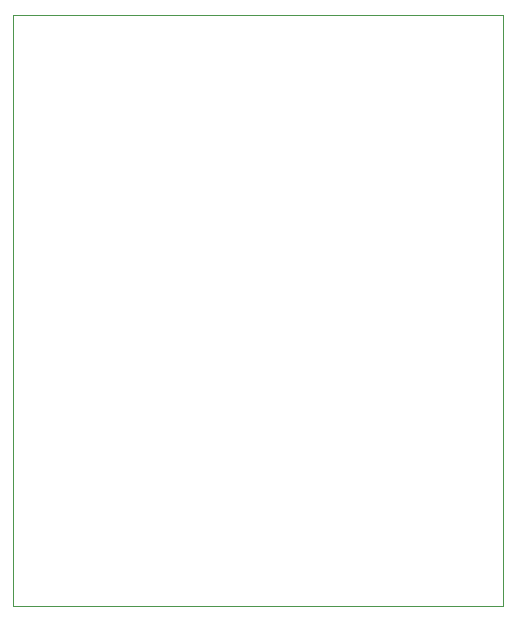
<source format=gbr>
%TF.GenerationSoftware,KiCad,Pcbnew,8.0.0*%
%TF.CreationDate,2025-02-20T01:15:31+05:30*%
%TF.ProjectId,Capstone_Moon,43617073-746f-46e6-955f-4d6f6f6e2e6b,rev?*%
%TF.SameCoordinates,Original*%
%TF.FileFunction,Profile,NP*%
%FSLAX46Y46*%
G04 Gerber Fmt 4.6, Leading zero omitted, Abs format (unit mm)*
G04 Created by KiCad (PCBNEW 8.0.0) date 2025-02-20 01:15:31*
%MOMM*%
%LPD*%
G01*
G04 APERTURE LIST*
%TA.AperFunction,Profile*%
%ADD10C,0.050000*%
%TD*%
G04 APERTURE END LIST*
D10*
X117500000Y-66500000D02*
X159000000Y-66500000D01*
X159000000Y-116500000D01*
X117500000Y-116500000D01*
X117500000Y-66500000D01*
M02*

</source>
